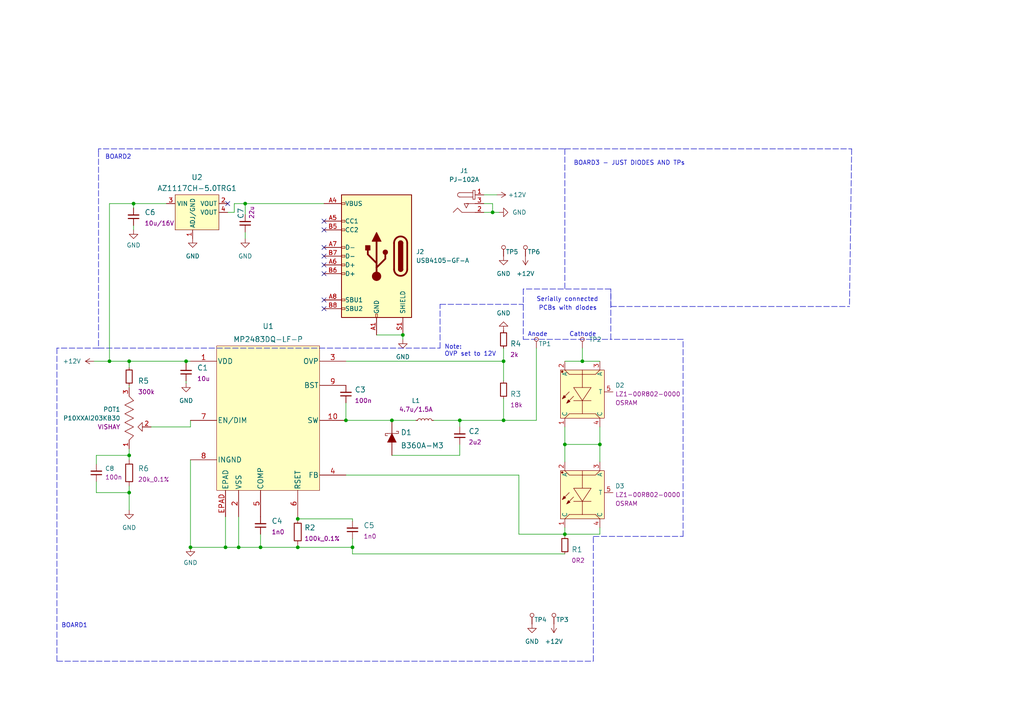
<source format=kicad_sch>
(kicad_sch (version 20211123) (generator eeschema)
  (paper "A4")
  (lib_symbols
    (symbol "antmicroBarrelPowerConnectors:PJ-102A" (pin_names (offset 1.016))
      (property "Reference" "J" (at 0 2.54 0))
      (property "Value" "PJ-102A" (at 0 -6.35 0))
      (symbol "PJ-102A_0_1"
        (arc (start -4.445 0.635) (mid -5.08 0) (end -4.445 -0.635))
        (rectangle (start -0.635 1.27) (end 0 -1.27))
        (polyline (pts (xy -0.635 -0.635) (xy -4.445 -0.635)))
        (polyline (pts (xy -0.635 0.635) (xy -4.445 0.635)))
        (polyline (pts (xy 0 -2.54) (xy -1.27 -2.54) (xy -2.54 -2.54)))
        (polyline (pts (xy 0 -5.08) (xy -3.81 -5.08) (xy -5.08 -3.81) (xy -6.35 -5.08)))
        (polyline (pts (xy -2.54 -2.54) (xy -3.175 -2.54) (xy -2.54 -3.81) (xy -1.905 -2.54) (xy -2.54 -2.54)))
      )
      (symbol "PJ-102A_1_1"
        (pin passive line (at 2.54 0 180) (length 2.54) (name "~") (number "1"))
        (pin passive line (at 2.54 -5.08 180) (length 2.54) (name "~") (number "2"))
        (pin passive line (at 2.54 -2.54 180) (length 2.54) (name "~") (number "3"))
      )
    )
    (symbol "antmicroCapacitors0402:C_100n_0402" (pin_numbers hide) (pin_names hide)
      (property "Reference" "C" (at 20.32 -5.08 0))
      (property "Val" "100n" (at 20.32 -7.62 0))
      (symbol "C_100n_0402_0_1"
        (polyline (pts (xy 2.032 -1.524) (xy 2.032 1.524)) (stroke (width 0.3048)))
        (polyline (pts (xy 3.048 -1.524) (xy 3.048 1.524)) (stroke (width 0.3302)))
      )
      (symbol "C_100n_0402_1_1"
        (pin passive line (at 0 0 0) (length 2.032) (name "~") (number "1"))
        (pin passive line (at 5.08 0 180) (length 2.032) (name "~") (number "2"))
      )
    )
    (symbol "antmicroCapacitors0402:C_1n0_0402" (pin_numbers hide) (pin_names hide)
      (property "Reference" "C" (at 20.32 -5.08 0))
      (property "Val" "1n0" (at 20.32 -7.62 0))
      (symbol "C_1n0_0402_0_1"
        (polyline (pts (xy 2.032 -1.524) (xy 2.032 1.524)) (stroke (width 0.3048)))
        (polyline (pts (xy 3.048 -1.524) (xy 3.048 1.524)) (stroke (width 0.3302)))
      )
      (symbol "C_1n0_0402_1_1"
        (pin passive line (at 0 0 0) (length 2.032) (name "~") (number "1"))
        (pin passive line (at 5.08 0 180) (length 2.032) (name "~") (number "2"))
      )
    )
    (symbol "antmicroCapacitors0402:C_22u_0402" (pin_numbers hide) (pin_names hide)
      (property "Reference" "C" (at 20.32 -5.08 0))
      (property "Val" "22u" (at 20.32 -7.62 0))
      (symbol "C_22u_0402_0_1"
        (polyline (pts (xy 2.032 -1.524) (xy 2.032 1.524)) (stroke (width 0.3048)))
        (polyline (pts (xy 3.048 -1.524) (xy 3.048 1.524)) (stroke (width 0.3302)))
      )
      (symbol "C_22u_0402_1_1"
        (pin passive line (at 0 0 0) (length 2.032) (name "~") (number "1"))
        (pin passive line (at 5.08 0 180) (length 2.032) (name "~") (number "2"))
      )
    )
    (symbol "antmicroCapacitors0402:C_2u2_0402" (pin_numbers hide) (pin_names hide)
      (property "Reference" "C" (at 20.32 -5.08 0))
      (property "Val" "2u2" (at 20.32 -7.62 0))
      (symbol "C_2u2_0402_0_1"
        (polyline (pts (xy 2.032 -1.524) (xy 2.032 1.524)) (stroke (width 0.3048)))
        (polyline (pts (xy 3.048 -1.524) (xy 3.048 1.524)) (stroke (width 0.3302)))
      )
      (symbol "C_2u2_0402_1_1"
        (pin passive line (at 0 0 0) (length 2.032) (name "~") (number "1"))
        (pin passive line (at 5.08 0 180) (length 2.032) (name "~") (number "2"))
      )
    )
    (symbol "antmicroCapacitors0603:C_10u_16V_0603" (pin_numbers hide) (pin_names hide)
      (property "Reference" "C" (at 20.32 -5.08 0))
      (property "Val" "10u/16V" (at 20.32 -7.62 0))
      (symbol "C_10u_16V_0603_0_1"
        (polyline (pts (xy 2.032 -1.524) (xy 2.032 1.524)) (stroke (width 0.3048)))
        (polyline (pts (xy 3.048 -1.524) (xy 3.048 1.524)) (stroke (width 0.3302)))
      )
      (symbol "C_10u_16V_0603_1_1"
        (pin passive line (at 0 0 0) (length 2.032) (name "~") (number "1"))
        (pin passive line (at 5.08 0 180) (length 2.032) (name "~") (number "2"))
      )
    )
    (symbol "antmicroCapacitorsmisc:C_10u_0805" (pin_numbers hide) (pin_names hide)
      (property "Reference" "C" (at 20.32 -5.08 0))
      (property "Val" "10u" (at 20.32 -7.62 0))
      (symbol "C_10u_0805_0_1"
        (polyline (pts (xy 2.032 -1.524) (xy 2.032 1.524)) (stroke (width 0.3048)))
        (polyline (pts (xy 3.048 -1.524) (xy 3.048 1.524)) (stroke (width 0.3302)))
      )
      (symbol "C_10u_0805_1_1"
        (pin passive line (at 0 0 0) (length 2.032) (name "~") (number "1"))
        (pin passive line (at 5.08 0 180) (length 2.032) (name "~") (number "2"))
      )
    )
    (symbol "antmicroDiodesRectifiersSingle:B360A-M3" (pin_numbers hide) (pin_names (offset 0) hide)
      (property "Reference" "D" (at 0 2.54 0))
      (property "Value" "B360A-M3" (at 0 -3.81 0))
      (symbol "B360A-M3_0_1"
        (polyline (pts (xy 1.27 1.27) (xy 1.27 -1.27)))
        (polyline (pts (xy -1.27 1.27) (xy -1.27 -1.27) (xy 1.27 0) (xy -1.27 1.27)) (fill (type outline)))
        (polyline (pts (xy 1.27 -1.27) (xy 1.27 -1.905) (xy 1.905 -1.905) (xy 1.905 -1.27)))
        (polyline (pts (xy 1.27 1.27) (xy 1.27 1.905) (xy 0.635 1.905) (xy 0.635 1.27)))
      )
      (symbol "B360A-M3_1_1"
        (pin passive line (at -5.08 0 0) (length 3.81) (name "~") (number "A"))
        (pin passive line (at 5.08 0 180) (length 3.81) (name "~") (number "K"))
      )
    )
    (symbol "antmicroFixedInductors:SRP2512A-4R7M" (pin_numbers hide) (pin_names hide)
      (property "Reference" "L" (at 13.97 0 0))
      (property "Val" "4.7u/1.5A" (at 13.97 -5.08 0))
      (symbol "SRP2512A-4R7M_0_1"
        (arc (start 1.524 0) (mid 1.016 0.508) (end 0.508 0))
        (arc (start 2.54 0) (mid 2.032 0.508) (end 1.524 0))
        (arc (start 3.556 0) (mid 3.048 0.508) (end 2.54 0))
        (arc (start 4.572 0) (mid 4.064 0.508) (end 3.556 0))
      )
      (symbol "SRP2512A-4R7M_1_1"
        (pin passive line (at 0 0 0) (length 0.508) (name "~") (number "1"))
        (pin passive line (at 5.08 0 180) (length 0.508) (name "~") (number "2"))
      )
    )
    (symbol "antmicroLEDIndicationDiscrete:LZ1-00R802-0000"
      (property "Reference" "D" (at 9.398 7.112 0))
      (property "MPN" "LZ1-00R802-0000" (at 10.16 4.826 0))
      (property "Manufacturer" "OSRAM" (at 9.144 2.794 0))
      (symbol "LZ1-00R802-0000_0_1"
        (polyline (pts (xy 3.81 -8.89) (xy 2.54 -10.16)))
        (polyline (pts (xy 3.81 -5.08) (xy 3.81 -8.89)))
        (polyline (pts (xy 3.81 -5.08) (xy 3.81 -1.27)))
        (polyline (pts (xy 3.81 -1.27) (xy 2.54 0)))
        (polyline (pts (xy 8.89 -2.54) (xy 7.62 -1.27)))
        (polyline (pts (xy 10.16 -1.27) (xy 8.89 0)))
        (polyline (pts (xy 15.24 -5.08) (xy 16.51 -5.08)))
        (polyline (pts (xy 15.24 -5.08) (xy 15.24 -8.89) (xy 16.51 -10.16)))
        (polyline (pts (xy 7.62 -5.08) (xy 11.43 -2.54) (xy 11.43 -7.62) (xy 7.62 -5.08)))
        (polyline (pts (xy 11.43 -5.08) (xy 15.24 -5.08) (xy 15.24 -1.27) (xy 16.51 0)))
        (polyline (pts (xy 2.54 1.27) (xy 2.54 -11.43) (xy 16.51 -11.43) (xy 16.51 1.27) (xy 2.54 1.27)) (fill (type background)))
        (polyline (pts (xy 3.81 -5.08) (xy 7.62 -5.08) (xy 7.62 -2.54) (xy 7.62 -7.62) (xy 7.62 -5.08)))
        (polyline (pts (xy 7.62 -1.27) (xy 7.366 -1.524) (xy 6.858 -0.508) (xy 7.874 -1.016) (xy 7.62 -1.27)) (fill (type outline)))
        (polyline (pts (xy 8.89 0) (xy 8.636 -0.254) (xy 8.128 0.762) (xy 9.144 0.254) (xy 8.89 0)) (fill (type outline)))
        (circle (center 16.002 0.762) (radius 0.254) (fill (type outline)))
      )
      (symbol "LZ1-00R802-0000_1_1"
        (pin output line (at 0 0 0) (length 2.54) (name "C") (number "1"))
        (pin input line (at 19.05 0 180) (length 2.54) (name "A") (number "2"))
        (pin input line (at 19.05 -10.16 180) (length 2.54) (name "A") (number "3"))
        (pin output line (at 0 -10.16 0) (length 2.54) (name "C") (number "4"))
        (pin input line (at 10.16 -13.97 90) (length 2.54) (name "T") (number "5"))
      )
    )
    (symbol "antmicroPMICLEDDrivers:MP2483DQ-LF-P" (pin_names (offset 0.254))
      (property "Reference" "U" (at -13.97 24.13 0))
      (property "Value" "MP2483DQ-LF-P" (at -5.08 20.955 0))
      (symbol "MP2483DQ-LF-P_1_1"
        (rectangle (start -15.24 19.05) (end 14.605 -22.86) (stroke (width 0.127)) (fill (type background)))
        (pin power_in line (at -22.86 14.605 0) (length 7.62) (name "VDD") (number "1"))
        (pin output line (at 22.225 -2.54 180) (length 7.62) (name "SW") (number "10"))
        (pin power_in line (at -8.89 -30.48 90) (length 7.62) (name "VSS") (number "2"))
        (pin unspecified line (at 22.225 14.605 180) (length 7.62) (name "OVP") (number "3"))
        (pin input line (at 22.225 -18.415 180) (length 7.62) (name "FB") (number "4"))
        (pin output line (at -2.54 -30.48 90) (length 7.62) (name "COMP") (number "5"))
        (pin unspecified line (at 8.255 -30.48 90) (length 7.62) (name "RSET") (number "6"))
        (pin input line (at -22.86 -2.54 0) (length 7.62) (name "EN/DIM") (number "7"))
        (pin power_in line (at -22.86 -13.97 0) (length 7.62) (name "INGND") (number "8"))
        (pin power_in line (at 22.225 7.62 180) (length 7.62) (name "BST") (number "9"))
        (pin power_in line (at -12.7 -30.48 90) (length 7.62) (name "EPAD") (number "EPAD"))
      )
    )
    (symbol "antmicroPMICVoltageRegulatorsLinear:AZ1117CH-5.0TRG1"
      (property "Reference" "U" (at -7.6962 3.4544 0))
      (property "Value" "AZ1117CH-5.0TRG1" (at -2.3622 -8.6868 0))
      (symbol "AZ1117CH-5.0TRG1_0_1"
        (rectangle (start 5.08 2.54) (end -7.62 -7.62) (fill (type background)))
      )
      (symbol "AZ1117CH-5.0TRG1_1_1"
        (pin power_in line (at -2.54 -10.16 90) (length 2.54) (name "ADJ/GND") (number "1"))
        (pin power_out line (at 7.62 0 180) (length 2.54) (name "VOUT") (number "2"))
        (pin power_in line (at -10.16 0 0) (length 2.54) (name "VIN") (number "3"))
        (pin power_out line (at 7.62 -2.54 180) (length 2.54) (name "VOUT") (number "4"))
      )
    )
    (symbol "antmicroResistors0402:R_100k_0.1%_0402" (pin_names (offset 0))
      (property "Reference" "R" (at -1.397 3.429 0))
      (property "Val" "100k_0.1%" (at 0 -2.54 0))
      (symbol "R_100k_0.1%_0402_1_1"
        (rectangle (start 2.54 -1.016) (end -2.54 1.016) (stroke (width 0.254)))
        (pin passive line (at -3.81 0 0) (length 1.27) (name "~") (number "1"))
        (pin passive line (at 3.81 0 180) (length 1.27) (name "~") (number "2"))
      )
    )
    (symbol "antmicroResistors0402:R_18k_0402" (pin_numbers hide) (pin_names hide)
      (property "Reference" "R" (at 20.32 -5.08 0))
      (property "Val" "18k" (at 20.32 -7.62 0))
      (symbol "R_18k_0402_0_1"
        (rectangle (start 0.635 0.889) (end 4.445 -0.889) (stroke (width 0.254)))
      )
      (symbol "R_18k_0402_1_1"
        (pin passive line (at 0 0 0) (length 0.635) (name "~") (number "1"))
        (pin passive line (at 5.08 0 180) (length 0.635) (name "~") (number "2"))
      )
    )
    (symbol "antmicroResistors0402:R_20k_0.1%_0402" (pin_names (offset 0))
      (property "Reference" "R" (at -1.397 3.429 0))
      (property "Val" "20k_0.1%" (at 0 -2.54 0))
      (symbol "R_20k_0.1%_0402_1_1"
        (rectangle (start 2.54 -1.016) (end -2.54 1.016) (stroke (width 0.254)))
        (pin passive line (at -3.81 0 0) (length 1.27) (name "~") (number "1"))
        (pin passive line (at 3.81 0 180) (length 1.27) (name "~") (number "2"))
      )
    )
    (symbol "antmicroResistors0402:R_2k_0402" (pin_numbers hide) (pin_names hide)
      (property "Reference" "R" (at 20.32 -5.08 0))
      (property "Val" "2k" (at 20.32 -7.62 0))
      (symbol "R_2k_0402_0_1"
        (rectangle (start 0.635 0.889) (end 4.445 -0.889) (stroke (width 0.254)))
      )
      (symbol "R_2k_0402_1_1"
        (pin passive line (at 0 0 0) (length 0.635) (name "~") (number "1"))
        (pin passive line (at 5.08 0 180) (length 0.635) (name "~") (number "2"))
      )
    )
    (symbol "antmicroResistors0603:R_300k_0603" (pin_numbers hide) (pin_names hide)
      (property "Reference" "R" (at 20.32 -5.08 0))
      (property "Val" "300k" (at 20.32 -7.62 0))
      (symbol "R_300k_0603_0_1"
        (rectangle (start 0.635 0.889) (end 4.445 -0.889) (stroke (width 0.254)))
      )
      (symbol "R_300k_0603_1_1"
        (pin passive line (at 0 0 0) (length 0.635) (name "~") (number "1"))
        (pin passive line (at 5.08 0 180) (length 0.635) (name "~") (number "2"))
      )
    )
    (symbol "antmicroResistorsmisc:R_0R2_1206" (pin_numbers hide) (pin_names hide)
      (property "Reference" "R" (at 20.32 -5.08 0))
      (property "Val" "0R2" (at 20.32 -7.62 0))
      (symbol "R_0R2_1206_0_1"
        (rectangle (start 0.635 0.889) (end 4.445 -0.889) (stroke (width 0.254)))
      )
      (symbol "R_0R2_1206_1_1"
        (pin passive line (at 0 0 0) (length 0.635) (name "~") (number "1"))
        (pin passive line (at 5.08 0 180) (length 0.635) (name "~") (number "2"))
      )
    )
    (symbol "antmicroRotaryPotentiometersRheostats:P10XXAI203KB30"
      (property "Reference" "POT" (at 2.54 2.54 0))
      (property "Value" "P10XXAI203KB30" (at 20.32 -5.08 0))
      (property "Manufacturer" "VISHAY" (at 19.05 -7.62 0))
      (symbol "P10XXAI203KB30_0_1"
        (polyline (pts (xy 7.62 -3.81) (xy 10.16 -3.81)))
        (polyline (pts (xy 16.51 -1.27) (xy 17.78 0)))
        (polyline (pts (xy 8.89 -2.54) (xy 7.62 -3.81) (xy 8.89 -2.54) (xy 10.16 -3.81)))
        (polyline (pts (xy 5.08 0) (xy 6.35 -1.27) (xy 7.62 1.27) (xy 8.89 -1.27) (xy 10.16 1.27) (xy 11.43 -1.27) (xy 12.7 1.27) (xy 13.97 -1.27) (xy 15.24 1.27) (xy 16.51 -1.27)))
      )
      (symbol "P10XXAI203KB30_1_1"
        (pin passive line (at 2.54 0 0) (length 2.54) (name "") (number "1"))
        (pin passive line (at 8.89 -6.35 90) (length 2.54) (name "") (number "2"))
        (pin passive line (at 20.32 0 180) (length 2.54) (name "") (number "3"))
      )
    )
    (symbol "antmicroTestPoints:5017" (pin_numbers hide) (pin_names (offset 1.016) hide)
      (property "Reference" "TP" (at -1.27 1.27 0))
      (symbol "5017_0_1"
        (circle (center 0 0) (radius 0.5588))
      )
      (symbol "5017_1_1"
        (pin passive line (at 0 2.54 270) (length 1.905) (name "~") (number "1"))
      )
    )
    (symbol "antmicroUSBDVIHDMIConnectors:USB4105-GF-A" (pin_names (offset 1.016))
      (property "Reference" "J" (at 1.27 29.21 0))
      (property "Value" "USB4105-GF-A" (at -16.51 24.13 0))
      (symbol "USB4105-GF-A_1_1"
        (rectangle (start -10.16 17.78) (end 10.16 -17.78) (stroke (width 0.254)) (fill (type background)))
        (arc (start -8.89 -3.81) (mid -6.985 -5.715) (end -5.08 -3.81) (stroke (width 0.508)))
        (arc (start -7.62 -3.81) (mid -6.985 -4.445) (end -6.35 -3.81) (stroke (width 0.254)))
        (arc (start -7.62 -3.81) (mid -6.985 -4.445) (end -6.35 -3.81) (stroke (width 0.254)) (fill (type outline)))
        (rectangle (start -7.62 -3.81) (end -6.35 3.81) (stroke (width 0.254)) (fill (type outline)))
        (arc (start -6.35 3.81) (mid -6.985 4.445) (end -7.62 3.81) (stroke (width 0.254)))
        (arc (start -6.35 3.81) (mid -6.985 4.445) (end -7.62 3.81) (stroke (width 0.254)) (fill (type outline)))
        (arc (start -5.08 3.81) (mid -6.985 5.715) (end -8.89 3.81) (stroke (width 0.508)))
        (circle (center -2.54 1.143) (radius 0.635) (stroke (width 0.254)) (fill (type outline)))
        (rectangle (start -0.254 -17.78) (end 0.254 -16.764))
        (circle (center 0 -5.842) (radius 1.27) (fill (type outline)))
        (polyline (pts (xy -8.89 -3.81) (xy -8.89 3.81)) (stroke (width 0.508)))
        (polyline (pts (xy -5.08 3.81) (xy -5.08 -3.81)) (stroke (width 0.508)))
        (polyline (pts (xy 0 -5.842) (xy 0 4.318)) (stroke (width 0.508)))
        (polyline (pts (xy 0 -3.302) (xy -2.54 -0.762) (xy -2.54 0.508)) (stroke (width 0.508)))
        (polyline (pts (xy 0 -2.032) (xy 2.54 0.508) (xy 2.54 1.778)) (stroke (width 0.508)))
        (polyline (pts (xy -1.27 4.318) (xy 0 6.858) (xy 1.27 4.318) (xy -1.27 4.318)) (stroke (width 0.254)) (fill (type outline)))
        (rectangle (start 1.905 1.778) (end 3.175 3.048) (stroke (width 0.254)) (fill (type outline)))
        (rectangle (start 10.16 -14.986) (end 9.144 -15.494))
        (rectangle (start 10.16 -12.446) (end 9.144 -12.954))
        (rectangle (start 10.16 -4.826) (end 9.144 -5.334))
        (rectangle (start 10.16 -2.286) (end 9.144 -2.794))
        (rectangle (start 10.16 0.254) (end 9.144 -0.254))
        (rectangle (start 10.16 2.794) (end 9.144 2.286))
        (rectangle (start 10.16 7.874) (end 9.144 7.366))
        (rectangle (start 10.16 10.414) (end 9.144 9.906))
        (rectangle (start 10.16 15.494) (end 9.144 14.986))
        (pin passive line (at 0 -22.86 90) (length 5.08) (name "GND") (number "A1"))
        (pin passive line (at 0 -22.86 90) (length 5.08) hide (name "GND") (number "A12"))
        (pin passive line (at 15.24 15.24 180) (length 5.08) (name "VBUS") (number "A4"))
        (pin bidirectional line (at 15.24 10.16 180) (length 5.08) (name "CC1") (number "A5"))
        (pin bidirectional line (at 15.24 -2.54 180) (length 5.08) (name "D+") (number "A6"))
        (pin bidirectional line (at 15.24 2.54 180) (length 5.08) (name "D-") (number "A7"))
        (pin bidirectional line (at 15.24 -12.7 180) (length 5.08) (name "SBU1") (number "A8"))
        (pin passive line (at 15.24 15.24 180) (length 5.08) hide (name "VBUS") (number "A9"))
        (pin passive line (at 0 -22.86 90) (length 5.08) hide (name "GND") (number "B1"))
        (pin passive line (at 0 -22.86 90) (length 5.08) hide (name "GND") (number "B12"))
        (pin passive line (at 15.24 15.24 180) (length 5.08) hide (name "VBUS") (number "B4"))
        (pin bidirectional line (at 15.24 7.62 180) (length 5.08) (name "CC2") (number "B5"))
        (pin bidirectional line (at 15.24 -5.08 180) (length 5.08) (name "D+") (number "B6"))
        (pin bidirectional line (at 15.24 0 180) (length 5.08) (name "D-") (number "B7"))
        (pin bidirectional line (at 15.24 -15.24 180) (length 5.08) (name "SBU2") (number "B8"))
        (pin passive line (at 15.24 15.24 180) (length 5.08) hide (name "VBUS") (number "B9"))
        (pin passive line (at -7.62 -22.86 90) (length 5.08) (name "SHIELD") (number "S1"))
      )
    )
    (symbol "power:+12V" (power) (pin_names (offset 0))
      (property "Value" "+12V" (at 0 3.556 0))
      (symbol "+12V_0_1"
        (polyline (pts (xy -0.762 1.27) (xy 0 2.54)))
        (polyline (pts (xy 0 0) (xy 0 2.54)))
        (polyline (pts (xy 0 2.54) (xy 0.762 1.27)))
      )
      (symbol "+12V_1_1"
        (pin power_in line (at 0 0 90) (length 0) hide (name "+12V") (number "1"))
      )
    )
    (symbol "power:GND" (power) (pin_names (offset 0))
      (property "Value" "GND" (at 0 -3.81 0))
      (symbol "GND_0_1"
        (polyline (pts (xy 0 0) (xy 0 -1.27) (xy 1.27 -1.27) (xy 0 -2.54) (xy -1.27 -1.27) (xy 0 -1.27)))
      )
      (symbol "GND_1_1"
        (pin power_in line (at 0 0 270) (length 0) hide (name "GND") (number "1"))
      )
    )
  )
  (junction (at 65.405 158.75))
  (junction (at 163.83 154.94))
  (junction (at 133.35 121.92))
  (junction (at 38.735 59.055))
  (junction (at 100.33 121.92))
  (junction (at 168.91 104.775))
  (junction (at 173.99 128.905))
  (junction (at 37.465 132.08))
  (junction (at 53.975 104.775))
  (junction (at 37.465 142.875))
  (junction (at 75.565 158.75))
  (junction (at 37.465 104.775))
  (junction (at 142.875 61.595))
  (junction (at 71.12 59.055))
  (junction (at 163.83 128.905))
  (junction (at 116.84 97.155))
  (junction (at 86.36 150.495))
  (junction (at 102.235 158.75))
  (junction (at 86.36 158.75))
  (junction (at 146.05 121.92))
  (junction (at 55.245 158.75))
  (junction (at 69.215 158.75))
  (junction (at 146.05 104.775))
  (junction (at 31.75 104.775))
  (junction (at 113.665 121.92))
  (no_connect (at 93.98 64.135))
  (no_connect (at 93.98 76.835))
  (no_connect (at 93.98 89.535))
  (no_connect (at 93.98 79.375))
  (no_connect (at 93.98 71.755))
  (no_connect (at 93.98 86.995))
  (no_connect (at 93.98 66.675))
  (no_connect (at 93.98 74.295))
  (no_connect (at 66.04 59.055))
  (polyline (pts (xy 177.165 88.9) (xy 246.38 88.9)))
  (polyline (pts (xy 127.635 43.18) (xy 28.575 43.18)))
  (wire (pts (xy 27.94 132.08) (xy 37.465 132.08)))
  (polyline (pts (xy 16.51 100.965) (xy 16.51 191.77)))
  (wire (pts (xy 55.245 158.75) (xy 65.405 158.75)))
  (wire (pts (xy 75.565 158.75) (xy 86.36 158.75)))
  (wire (pts (xy 37.465 111.76) (xy 37.465 112.395)))
  (wire (pts (xy 113.665 121.92) (xy 120.65 121.92)))
  (wire (pts (xy 142.875 61.595) (xy 144.78 61.595)))
  (wire (pts (xy 55.245 123.825) (xy 55.245 121.92)))
  (polyline (pts (xy 28.575 43.18) (xy 28.575 43.815)))
  (wire (pts (xy 102.235 151.13) (xy 102.235 150.495)))
  (wire (pts (xy 146.05 110.49) (xy 146.05 104.775)))
  (polyline (pts (xy 198.12 98.425) (xy 177.165 98.425)))
  (wire (pts (xy 53.975 104.775) (xy 55.245 104.775)))
  (wire (pts (xy 67.945 59.055) (xy 71.12 59.055)))
  (polyline (pts (xy 177.165 88.9) (xy 177.165 84.455)))
  (wire (pts (xy 67.945 61.595) (xy 67.945 59.055)))
  (wire (pts (xy 168.91 104.775) (xy 168.91 100.965)))
  (wire (pts (xy 146.05 115.57) (xy 146.05 121.92)))
  (wire (pts (xy 55.245 133.35) (xy 55.245 158.75)))
  (wire (pts (xy 163.83 104.775) (xy 168.91 104.775)))
  (wire (pts (xy 53.975 105.41) (xy 53.975 104.775)))
  (wire (pts (xy 146.05 100.965) (xy 146.05 104.775)))
  (wire (pts (xy 163.83 160.655) (xy 102.235 160.655)))
  (wire (pts (xy 86.36 149.86) (xy 86.36 150.495)))
  (wire (pts (xy 150.495 154.94) (xy 150.495 137.795)))
  (wire (pts (xy 37.465 140.97) (xy 37.465 142.875)))
  (wire (pts (xy 125.73 121.92) (xy 133.35 121.92)))
  (wire (pts (xy 163.83 154.94) (xy 150.495 154.94)))
  (wire (pts (xy 71.12 67.31) (xy 71.12 69.215)))
  (wire (pts (xy 37.465 104.775) (xy 53.975 104.775)))
  (polyline (pts (xy 198.12 155.575) (xy 198.12 98.425)))
  (wire (pts (xy 163.83 155.575) (xy 163.83 154.94)))
  (wire (pts (xy 173.99 153.035) (xy 173.99 154.94)))
  (wire (pts (xy 109.22 97.155) (xy 116.84 97.155)))
  (polyline (pts (xy 151.765 98.425) (xy 177.165 98.425)))
  (polyline (pts (xy 177.165 83.82) (xy 151.765 83.82)))
  (wire (pts (xy 140.335 56.515) (xy 144.145 56.515)))
  (wire (pts (xy 31.75 59.055) (xy 38.735 59.055)))
  (wire (pts (xy 37.465 104.775) (xy 37.465 106.68)))
  (polyline (pts (xy 172.085 191.77) (xy 172.085 155.575)))
  (wire (pts (xy 27.94 139.7) (xy 27.94 142.875)))
  (wire (pts (xy 38.735 59.055) (xy 38.735 60.325)))
  (wire (pts (xy 100.33 104.775) (xy 146.05 104.775)))
  (wire (pts (xy 43.815 123.825) (xy 55.245 123.825)))
  (polyline (pts (xy 28.575 100.965) (xy 127.635 100.965)))
  (wire (pts (xy 133.35 121.92) (xy 146.05 121.92)))
  (wire (pts (xy 102.235 156.21) (xy 102.235 158.75)))
  (wire (pts (xy 86.36 158.115) (xy 86.36 158.75)))
  (wire (pts (xy 142.875 59.055) (xy 142.875 61.595)))
  (wire (pts (xy 37.465 133.35) (xy 37.465 132.08)))
  (wire (pts (xy 27.305 104.775) (xy 31.75 104.775)))
  (wire (pts (xy 71.12 59.055) (xy 93.98 59.055)))
  (wire (pts (xy 113.665 132.08) (xy 133.35 132.08)))
  (wire (pts (xy 86.36 158.75) (xy 102.235 158.75)))
  (wire (pts (xy 168.91 104.775) (xy 173.99 104.775)))
  (wire (pts (xy 66.04 61.595) (xy 67.945 61.595)))
  (polyline (pts (xy 28.575 100.965) (xy 16.51 100.965)))
  (polyline (pts (xy 151.765 88.265) (xy 151.765 88.9)))
  (polyline (pts (xy 163.83 43.18) (xy 163.83 83.82)))
  (polyline (pts (xy 172.085 155.575) (xy 198.12 155.575)))
  (wire (pts (xy 102.235 160.655) (xy 102.235 158.75)))
  (wire (pts (xy 71.12 59.055) (xy 71.12 62.23)))
  (wire (pts (xy 37.465 142.875) (xy 37.465 147.955)))
  (wire (pts (xy 31.75 104.775) (xy 37.465 104.775)))
  (wire (pts (xy 100.33 121.92) (xy 113.665 121.92)))
  (wire (pts (xy 116.84 97.155) (xy 116.84 98.425)))
  (wire (pts (xy 133.35 121.92) (xy 133.35 123.825)))
  (wire (pts (xy 150.495 137.795) (xy 100.33 137.795)))
  (wire (pts (xy 173.99 123.825) (xy 173.99 128.905)))
  (wire (pts (xy 31.75 59.055) (xy 31.75 104.775)))
  (wire (pts (xy 163.83 128.905) (xy 163.83 133.985)))
  (wire (pts (xy 69.215 158.75) (xy 69.215 149.86)))
  (polyline (pts (xy 177.165 98.425) (xy 177.165 83.82)))
  (wire (pts (xy 27.94 142.875) (xy 37.465 142.875)))
  (wire (pts (xy 37.465 132.08) (xy 37.465 130.175)))
  (polyline (pts (xy 127.635 100.965) (xy 127.635 88.265)))
  (wire (pts (xy 27.94 134.62) (xy 27.94 132.08)))
  (wire (pts (xy 140.335 61.595) (xy 142.875 61.595)))
  (polyline (pts (xy 163.83 43.18) (xy 247.015 43.18)))
  (wire (pts (xy 38.735 59.055) (xy 48.26 59.055)))
  (wire (pts (xy 86.36 150.495) (xy 102.235 150.495)))
  (wire (pts (xy 75.565 158.75) (xy 69.215 158.75)))
  (polyline (pts (xy 247.015 43.18) (xy 246.38 88.9)))
  (polyline (pts (xy 151.765 83.82) (xy 151.765 98.425)))
  (polyline (pts (xy 28.575 43.815) (xy 28.575 100.965)))
  (wire (pts (xy 65.405 158.75) (xy 69.215 158.75)))
  (wire (pts (xy 133.35 128.905) (xy 133.35 132.08)))
  (wire (pts (xy 38.735 65.405) (xy 38.735 66.675)))
  (wire (pts (xy 140.335 59.055) (xy 142.875 59.055)))
  (wire (pts (xy 163.83 154.94) (xy 173.99 154.94)))
  (wire (pts (xy 65.405 158.75) (xy 65.405 149.86)))
  (wire (pts (xy 173.99 128.905) (xy 163.83 128.905)))
  (wire (pts (xy 146.05 121.92) (xy 155.575 121.92)))
  (wire (pts (xy 155.575 100.965) (xy 155.575 121.92)))
  (wire (pts (xy 75.565 154.94) (xy 75.565 158.75)))
  (wire (pts (xy 163.83 153.035) (xy 163.83 154.94)))
  (polyline (pts (xy 16.51 191.77) (xy 172.085 191.77)))
  (wire (pts (xy 163.83 123.825) (xy 163.83 128.905)))
  (polyline (pts (xy 127.635 43.18) (xy 163.83 43.18)))
  (wire (pts (xy 100.33 116.84) (xy 100.33 121.92)))
  (wire (pts (xy 53.975 110.49) (xy 53.975 111.125)))
  (polyline (pts (xy 127.635 88.265) (xy 151.765 88.265)))
  (wire (pts (xy 173.99 128.905) (xy 173.99 133.985)))
  (text "Anode\n" (at 153.035 97.79 0) (effects (font (size 1.27 1.27)) (justify left bottom)))
  (text "Serially connected " (at 155.575 87.63 0) (effects (font (size 1.27 1.27)) (justify left bottom)))
  (text "Note: \nOVP set to 12V" (at 128.905 103.505 0) (effects (font (size 1.27 1.27)) (justify left bottom)))
  (text "Cathode\n" (at 165.1 97.79 0) (effects (font (size 1.27 1.27)) (justify left bottom)))
  (text "BOARD3 - JUST DIODES AND TPs\n\n" (at 166.37 50.165 0) (effects (font (size 1.27 1.27)) (justify left bottom)))
  (text "PCBs with diodes" (at 156.21 90.17 0) (effects (font (size 1.27 1.27)) (justify left bottom)))
  (text "BOARD1\n" (at 17.78 182.245 0) (effects (font (size 1.27 1.27)) (justify left bottom)))
  (text "BOARD2\n" (at 30.48 46.355 0) (effects (font (size 1.27 1.27)) (justify left bottom)))
  (symbol (lib_id "antmicroRotaryPotentiometersRheostats:P10XXAI203KB30") (at 37.465 132.715 90) (unit 1)
    (property "Reference" "POT1" (at 34.925 118.7449 90) (effects (justify left)))
    (property "Value" "P10XXAI203KB30" (at 34.925 121.2849 90) (effects (justify left)))
    (property "Footprint" "antmicro-footprints:P10XHAI203KB30" (effects hide))
    (property "Datasheet" "https://www.farnell.com/datasheets/2243933.pdf" (effects hide))
    (property "MPN" "P10XXAI203KB30" (effects hide))
    (property "Manufacturer" "VISHAY" (at 34.925 123.8249 90) (effects (justify left)))
    (property "Copyright" "Copyright (c) 2023 Antmicro" (effects hide))
    (property "License" "Apache-2.0 License" (effects hide))
  )
  (symbol (lib_id "antmicroCapacitors0402:C_2u2_0402") (at 133.35 128.905 90) (unit 1)
    (property "Reference" "C2" (at 135.89 125.0886 90) (effects (font (size 1.524 1.524)) (justify right)))
    (property "Value" "C_2u2_0402" (effects hide))
    (property "Footprint" "antmicro-footprints:C_0402_1005Metric" (effects hide))
    (property "Manufacturer" "TDK" (effects hide))
    (property "MPN" "C1005X5R1A225K050BC" (effects hide))
    (property "Val" "2u2" (at 135.89 128.2635 90) (effects (justify right)))
    (property "License" "Apache-2.0 License" (effects hide))
    (property "Copyright" "Copyright (c) 2023 Antmicro" (effects hide))
  )
  (symbol (lib_id "antmicroCapacitors0402:C_1n0_0402") (at 75.565 154.94 90) (unit 1)
    (property "Reference" "C4" (at 78.74 151.1236 90) (effects (font (size 1.524 1.524)) (justify right)))
    (property "Value" "C_1n0_0402" (effects hide))
    (property "Footprint" "antmicro-footprints:0402-cap" (effects hide))
    (property "Manufacturer" "WURTH_ELEKTRONIK" (effects hide))
    (property "MPN" "885012005018" (effects hide))
    (property "Val" "1n0" (at 78.74 154.2985 90) (effects (justify right)))
    (property "License" "Apache-2.0 License" (effects hide))
    (property "Copyright" "Copyright (c) 2023 Antmicro" (effects hide))
  )
  (symbol (lib_id "power:GND") (at 38.735 66.675 0) (unit 1)
    (property "Reference" "#PWR0106" (effects hide))
    (property "Value" "GND" (at 38.735 71.12 0))
  )
  (symbol (lib_id "antmicroResistors0402:R_100k_0.1%_0402") (at 86.36 154.305 90) (unit 1)
    (property "Reference" "R2" (at 88.265 153.035 90) (effects (font (size 1.524 1.524)) (justify right)))
    (property "Value" "R_100k_0.1%_0402" (effects hide))
    (property "Footprint" "antmicro-footprints:0402-res" (effects hide))
    (property "Datasheet" "https://www.mouser.pl/datasheet/2/447/PYu_RC_Group_51_RoHS_L_11-1984063.pdf" (effects hide))
    (property "Manufacturer" "Yageo" (effects hide))
    (property "MPN" "RC0402BR-07100KL" (effects hide))
    (property "Val" "100k_0.1%" (at 88.265 156.2099 90) (effects (justify right)))
  )
  (symbol (lib_id "power:+12V") (at 144.145 56.515 270) (unit 1)
    (property "Reference" "#PWR0111" (effects hide))
    (property "Value" "+12V" (at 147.32 56.5149 90) (effects (justify left)))
  )
  (symbol (lib_id "antmicroResistors0603:R_300k_0603") (at 37.465 111.76 90) (unit 1)
    (property "Reference" "R5" (at 40.005 110.49 90) (effects (font (size 1.524 1.524)) (justify right)))
    (property "Value" "R_300k_0603" (effects hide))
    (property "Footprint" "antmicro-footprints:0603-res" (effects hide))
    (property "Datasheet" "https://www.bourns.com/docs/product-datasheets/cr.pdf" (effects hide))
    (property "Manufacturer" "Bourns" (effects hide))
    (property "MPN" "CR0603-FX-3003ELF" (effects hide))
    (property "Val" "300k" (at 40.005 113.6649 90) (effects (justify right)))
    (property "License" "Apache-2.0 License" (effects hide))
    (property "Copyright" "Copyright (c) 2023 Antmicro" (effects hide))
    (property "Tolerance" "1%" (effects hide))
  )
  (symbol (lib_id "power:+12V") (at 27.305 104.775 90) (unit 1)
    (property "Reference" "#PWR0105" (effects hide))
    (property "Value" "+12V" (at 23.495 104.7749 90) (effects (justify left)))
  )
  (symbol (lib_id "antmicroPMICLEDDrivers:MP2483DQ-LF-P") (at 78.105 119.38 0) (unit 1)
    (property "Reference" "U1" (at 77.7875 94.615 0) (effects (font (size 1.524 1.524))))
    (property "Value" "MP2483DQ-LF-P" (at 77.7875 98.425 0) (effects (font (size 1.524 1.524))))
    (property "Footprint" "antmicro-footprints:MP2483DQ-LF-P" (effects hide))
    (property "MPN" "MP2483DQ-LF-P" (effects hide))
    (property "Manufacturer" "Monolithic Power Systems Inc." (effects hide))
  )
  (symbol (lib_id "power:GND") (at 154.305 180.975 0) (unit 1)
    (property "Reference" "#PWR0113" (effects hide))
    (property "Value" "GND" (at 154.305 186.055 0))
  )
  (symbol (lib_id "antmicroTestPoints:5017") (at 160.655 178.435 180) (unit 1)
    (property "Reference" "TP3" (at 161.29 179.743 0) (effects (justify right)))
    (property "Value" "5017" (effects hide))
    (property "Footprint" "antmicro-footprints:PC_TEST-POINT_MINI_3.43x1.78mm" (effects hide))
    (property "Datasheet" "http://www.keyelco.com/product-pdf.cfm?p=1355" (effects hide))
    (property "MPN" "5017" (effects hide))
    (property "Manufacturer" "Keystone Electronics" (effects hide))
  )
  (symbol (lib_id "antmicroTestPoints:5017") (at 154.305 178.435 180) (unit 1)
    (property "Reference" "TP4" (at 154.94 179.743 0) (effects (justify right)))
    (property "Value" "5017" (effects hide))
    (property "Footprint" "antmicro-footprints:PC_TEST-POINT_MINI_3.43x1.78mm" (effects hide))
    (property "Datasheet" "http://www.keyelco.com/product-pdf.cfm?p=1355" (effects hide))
    (property "MPN" "5017" (effects hide))
    (property "Manufacturer" "Keystone Electronics" (effects hide))
  )
  (symbol (lib_id "antmicroResistors0402:R_2k_0402") (at 146.05 100.965 90) (unit 1)
    (property "Reference" "R4" (at 147.955 99.695 90) (effects (font (size 1.524 1.524)) (justify right)))
    (property "Value" "R_2k_0402" (effects hide))
    (property "Footprint" "antmicro-footprints:R_0402_1005Metric" (effects hide))
    (property "Datasheet" "https://www.bourns.com/docs/product-datasheets/cr.pdf" (effects hide))
    (property "Manufacturer" "Bourns" (effects hide))
    (property "MPN" "CR0402-FX-2001GLF" (effects hide))
    (property "Val" "2k" (at 147.955 102.8699 90) (effects (justify right)))
    (property "License" "Apache-2.0 License" (effects hide))
    (property "Copyright" "Copyright (c) 2023 Antmicro" (effects hide))
    (property "Tolerance" "1%" (effects hide))
  )
  (symbol (lib_id "antmicroTestPoints:5017") (at 168.91 98.425 180) (unit 1)
    (property "Reference" "TP2" (at 170.815 98.463 0) (effects (justify right)))
    (property "Value" "5017" (effects hide))
    (property "Footprint" "antmicro-footprints:PC_TEST-POINT_MINI_3.43x1.78mm" (effects hide))
    (property "Datasheet" "http://www.keyelco.com/product-pdf.cfm?p=1355" (effects hide))
    (property "MPN" "5017" (effects hide))
    (property "Manufacturer" "Keystone Electronics" (effects hide))
  )
  (symbol (lib_id "power:GND") (at 55.245 158.75 0) (unit 1)
    (property "Reference" "#PWR0102" (effects hide))
    (property "Value" "GND" (at 55.245 163.195 0))
  )
  (symbol (lib_id "antmicroCapacitorsmisc:C_10u_0805") (at 53.975 110.49 90) (unit 1)
    (property "Reference" "C1" (at 57.15 106.6736 90) (effects (font (size 1.524 1.524)) (justify right)))
    (property "Value" "C_10u_0805" (effects hide))
    (property "Footprint" "antmicro-footprints:0805-cap" (effects hide))
    (property "Manufacturer" "JOHANSON_DIELECTRICS" (effects hide))
    (property "MPN" "160R15X106KV4E" (effects hide))
    (property "Val" "10u" (at 57.15 109.8485 90) (effects (justify right)))
    (property "License" "Apache-2.0 License" (effects hide))
    (property "Copyright" "Copyright (c) 2023 Antmicro" (effects hide))
  )
  (symbol (lib_id "antmicroPMICVoltageRegulatorsLinear:AZ1117CH-5.0TRG1") (at 58.42 59.055 0) (unit 1)
    (property "Reference" "U2" (at 57.15 51.435 0) (effects (font (size 1.524 1.524))))
    (property "Value" "AZ1117CH-5.0TRG1" (at 57.15 54.61 0) (effects (font (size 1.524 1.524))))
    (property "Footprint" "antmicro-footprints:SOT-223" (effects hide))
    (property "Datasheet" "https://4donline.ihs.com/images/VipMasterIC/IC/DIOD/DIOD-S-A0007713706/DIOD-S-A0007713706-1.pdf?hkey=6D3A4C79FDBF58556ACFDE234799DDF0" (effects hide))
    (property "MPN" "AZ1117CH-5.0TRG1" (effects hide))
    (property "Manufacturer" "Diodes Incorporated" (effects hide))
  )
  (symbol (lib_id "power:GND") (at 116.84 98.425 0) (unit 1)
    (property "Reference" "#PWR0108" (effects hide))
    (property "Value" "GND" (at 116.84 103.505 0))
  )
  (symbol (lib_id "antmicroTestPoints:5017") (at 146.05 71.755 180) (unit 1)
    (property "Reference" "TP5" (at 146.685 73.063 0) (effects (justify right)))
    (property "Value" "5017" (effects hide))
    (property "Footprint" "antmicro-footprints:PC_TEST-POINT_MINI_3.43x1.78mm" (effects hide))
    (property "Datasheet" "http://www.keyelco.com/product-pdf.cfm?p=1355" (effects hide))
    (property "MPN" "5017" (effects hide))
    (property "Manufacturer" "Keystone Electronics" (effects hide))
  )
  (symbol (lib_id "power:GND") (at 37.465 147.955 0) (unit 1)
    (property "Reference" "#PWR0103" (effects hide))
    (property "Value" "GND" (at 37.465 153.035 0))
  )
  (symbol (lib_id "antmicroResistors0402:R_18k_0402") (at 146.05 115.57 90) (unit 1)
    (property "Reference" "R3" (at 147.955 114.3 90) (effects (font (size 1.524 1.524)) (justify right)))
    (property "Value" "R_18k_0402" (effects hide))
    (property "Footprint" "antmicro-footprints:0402-res" (effects hide))
    (property "Datasheet" "https://www.bourns.com/docs/product-datasheets/cr.pdf" (effects hide))
    (property "Manufacturer" "Bourns" (effects hide))
    (property "MPN" "CR0402-FX-1802GLF" (effects hide))
    (property "Val" "18k" (at 147.955 117.4749 90) (effects (justify right)))
    (property "License" "Apache-2.0 License" (effects hide))
    (property "Copyright" "Copyright (c) 2023 Antmicro" (effects hide))
    (property "Tolerance" "1%" (effects hide))
  )
  (symbol (lib_id "antmicroCapacitors0402:C_1n0_0402") (at 102.235 156.21 90) (unit 1)
    (property "Reference" "C5" (at 105.41 152.3936 90) (effects (font (size 1.524 1.524)) (justify right)))
    (property "Value" "C_1n0_0402" (effects hide))
    (property "Footprint" "antmicro-footprints:0402-cap" (effects hide))
    (property "Manufacturer" "WURTH_ELEKTRONIK" (effects hide))
    (property "MPN" "885012005018" (effects hide))
    (property "Val" "1n0" (at 105.41 155.5685 90) (effects (justify right)))
    (property "License" "Apache-2.0 License" (effects hide))
    (property "Copyright" "Copyright (c) 2023 Antmicro" (effects hide))
  )
  (symbol (lib_id "antmicroTestPoints:5017") (at 155.575 98.425 180) (unit 1)
    (property "Reference" "TP1" (at 156.21 99.733 0) (effects (justify right)))
    (property "Value" "5017" (effects hide))
    (property "Footprint" "antmicro-footprints:PC_TEST-POINT_MINI_3.43x1.78mm" (effects hide))
    (property "Datasheet" "http://www.keyelco.com/product-pdf.cfm?p=1355" (effects hide))
    (property "MPN" "5017" (effects hide))
    (property "Manufacturer" "Keystone Electronics" (effects hide))
  )
  (symbol (lib_id "antmicroLEDIndicationDiscrete:LZ1-00R802-0000") (at 163.83 123.825 90) (unit 1)
    (property "Reference" "D2" (at 178.435 111.7599 90) (effects (justify right)))
    (property "Value" "LZ1-00R802-0000" (effects hide))
    (property "Footprint" "antmicro-footprints:LZ1-00R802_4EP_4.4x4.4" (effects hide))
    (property "Datasheet" "https://dammedia.osram.info/media/resource/hires/osram-dam-20512286/LZ1-00R802_EN.pdf" (effects hide))
    (property "MPN" "LZ1-00R802-0000" (at 178.435 114.2999 90) (effects (justify right)))
    (property "Manufacturer" "OSRAM" (at 178.435 116.8399 90) (effects (justify right)))
    (property "License" "Apache-2.0 License" (effects hide))
    (property "Copyright" "Copyright (c) 2023 Antmicro" (effects hide))
  )
  (symbol (lib_id "antmicroCapacitors0603:C_10u_16V_0603") (at 38.735 65.405 90) (unit 1)
    (property "Reference" "C6" (at 41.91 61.5886 90) (effects (font (size 1.524 1.524)) (justify right)))
    (property "Value" "C_10u_16V_0603" (effects hide))
    (property "Footprint" "antmicro-footprints:0603-cap" (effects hide))
    (property "Manufacturer" "MURATA" (effects hide))
    (property "MPN" "GRM188C81C106MA73D" (effects hide))
    (property "Val" "10u/16V" (at 41.91 64.7635 90) (effects (justify right)))
    (property "License" "Apache-2.0 License" (effects hide))
    (property "Copyright" "Copyright (c) 2023 Antmicro" (effects hide))
  )
  (symbol (lib_id "antmicroFixedInductors:SRP2512A-4R7M") (at 120.65 121.92 0) (unit 1)
    (property "Reference" "L1" (at 120.6373 116.205 0))
    (property "Value" "SRP2512A-4R7M" (effects hide))
    (property "Footprint" "antmicro-footprints:SRP2512A-1R0M" (effects hide))
    (property "Datasheet" "https://www.bourns.com/docs/Product-Datasheets/SRP2512A.pdf" (effects hide))
    (property "Manufacturer" "BOURNS" (effects hide))
    (property "MPN" "SRP2512A-1R0M" (effects hide))
    (property "MaxCur" "1.5A" (effects hide))
    (property "Size" "2.5x2.0" (effects hide))
    (property "Val" "4.7u/1.5A" (at 120.6373 118.745 0))
    (property "Copyright" "Copyright (c) 2023 Antmicro" (effects hide))
    (property "License" "Apache-2.0 License" (effects hide))
  )
  (symbol (lib_id "power:+12V") (at 160.655 180.975 180) (unit 1)
    (property "Reference" "#PWR0112" (effects hide))
    (property "Value" "+12V" (at 160.655 186.055 0))
  )
  (symbol (lib_id "antmicroBarrelPowerConnectors:PJ-102A") (at 137.795 56.515 0) (unit 1)
    (property "Reference" "J1" (at 134.62 49.53 0))
    (property "Value" "PJ-102A" (at 134.62 52.07 0))
    (property "Footprint" "antmicro-footprints:Barrel_Jack_5.5mmODx2.1mmID_PJ-102A" (effects hide))
    (property "Datasheet" "https://www.cui.com/product/resource/digikeypdf/pj-102a.pdf" (effects hide))
    (property "Manufacturer" "CUI Inc." (effects hide))
    (property "MPN" "PJ-102A" (effects hide))
  )
  (symbol (lib_id "antmicroTestPoints:5017") (at 152.4 71.755 180) (unit 1)
    (property "Reference" "TP6" (at 153.035 73.063 0) (effects (justify right)))
    (property "Value" "5017" (effects hide))
    (property "Footprint" "antmicro-footprints:PC_TEST-POINT_MINI_3.43x1.78mm" (effects hide))
    (property "Datasheet" "http://www.keyelco.com/product-pdf.cfm?p=1355" (effects hide))
    (property "MPN" "5017" (effects hide))
    (property "Manufacturer" "Keystone Electronics" (effects hide))
  )
  (symbol (lib_id "power:+12V") (at 152.4 74.295 180) (unit 1)
    (property "Reference" "#PWR0114" (effects hide))
    (property "Value" "+12V" (at 152.4 79.375 0))
  )
  (symbol (lib_id "antmicroUSBDVIHDMIConnectors:USB4105-GF-A") (at 109.22 74.295 0) (mirror y) (unit 1)
    (property "Reference" "J2" (at 120.65 73.0249 0) (effects (justify right)))
    (property "Value" "USB4105-GF-A" (at 120.65 75.5649 0) (effects (justify right)))
    (property "Footprint" "antmicro-footprints:GCT_USB4105-GF-A" (effects hide))
    (property "Datasheet" "https://gct.co/files/drawings/usb4105.pdf" (effects hide))
    (property "Manufacturer" "GCT" (effects hide))
    (property "MPN" "USB4105-GF-A" (effects hide))
  )
  (symbol (lib_id "power:GND") (at 71.12 69.215 0) (unit 1)
    (property "Reference" "#PWR0109" (effects hide))
    (property "Value" "GND" (at 71.12 74.295 0))
  )
  (symbol (lib_id "antmicroCapacitors0402:C_22u_0402") (at 71.12 67.31 90) (unit 1)
    (property "Reference" "C7" (at 69.85 63.5 0) (effects (font (size 1.524 1.524)) (justify left)))
    (property "Value" "C_22u_0402" (effects hide))
    (property "Footprint" "antmicro-footprints:C_0402_1005Metric" (effects hide))
    (property "Manufacturer" "AVX" (effects hide))
    (property "MPN" "04024W226MAT2A" (effects hide))
    (property "Val" "22u" (at 73.0249 63.5 0) (effects (justify left)))
    (property "License" "Apache-2.0 License" (effects hide))
    (property "Copyright" "Copyright (c) 2023 Antmicro" (effects hide))
  )
  (symbol (lib_id "power:GND") (at 146.05 95.885 180) (unit 1)
    (property "Reference" "#PWR0101" (effects hide))
    (property "Value" "GND" (at 146.05 90.805 0))
  )
  (symbol (lib_id "power:GND") (at 144.78 61.595 90) (unit 1)
    (property "Reference" "#PWR0110" (effects hide))
    (property "Value" "GND" (at 148.59 61.5949 90) (effects (justify right)))
  )
  (symbol (lib_id "antmicroDiodesRectifiersSingle:B360A-M3") (at 113.665 127 90) (unit 1)
    (property "Reference" "D1" (at 116.205 125.4125 90) (effects (font (size 1.524 1.524)) (justify right)))
    (property "Value" "B360A-M3" (at 116.205 129.2225 90) (effects (font (size 1.524 1.524)) (justify right)))
    (property "Footprint" "antmicro-footprints:DO-214AC" (effects hide))
    (property "Datasheet" "https://www.vishay.com/docs/89414/b350a-m3.pdf" (effects hide))
    (property "MPN" "B360A-M3/61T" (effects hide))
    (property "Manufacturer" "Vishay" (effects hide))
  )
  (symbol (lib_id "power:GND") (at 55.88 69.215 0) (unit 1)
    (property "Reference" "#PWR0107" (effects hide))
    (property "Value" "GND" (at 55.88 74.295 0))
  )
  (symbol (lib_id "antmicroLEDIndicationDiscrete:LZ1-00R802-0000") (at 163.83 153.035 90) (unit 1)
    (property "Reference" "D3" (at 178.435 140.9699 90) (effects (justify right)))
    (property "Value" "LZ1-00R802-0000" (effects hide))
    (property "Footprint" "antmicro-footprints:LZ1-00R802_4EP_4.4x4.4" (effects hide))
    (property "Datasheet" "https://dammedia.osram.info/media/resource/hires/osram-dam-20512286/LZ1-00R802_EN.pdf" (effects hide))
    (property "MPN" "LZ1-00R802-0000" (at 178.435 143.5099 90) (effects (justify right)))
    (property "Manufacturer" "OSRAM" (at 178.435 146.0499 90) (effects (justify right)))
    (property "License" "Apache-2.0 License" (effects hide))
    (property "Copyright" "Copyright (c) 2023 Antmicro" (effects hide))
  )
  (symbol (lib_id "antmicroCapacitors0402:C_100n_0402") (at 100.33 116.84 90) (unit 1)
    (property "Reference" "C3" (at 102.87 113.0236 90) (effects (font (size 1.524 1.524)) (justify right)))
    (property "Value" "C_100n_0402" (effects hide))
    (property "Footprint" "antmicro-footprints:C_0402_1005Metric" (effects hide))
    (property "Datasheet" "https://search.murata.co.jp/Ceramy/image/img/A01X/G101/ENG/GRM155R61H104KE14-01.pdf" (effects hide))
    (property "Manufacturer" "Murata" (effects hide))
    (property "MPN" "GRM155R61H104KE14D" (effects hide))
    (property "Val" "100n" (at 102.87 116.1985 90) (effects (justify right)))
    (property "License" "Apache-2.0 License" (effects hide))
    (property "Copyright" "Copyright (c) 2023 Antmicro" (effects hide))
    (property "Voltage" "50V" (effects hide))
    (property "Dielectric" "X5R" (effects hide))
  )
  (symbol (lib_id "antmicroResistorsmisc:R_0R2_1206") (at 163.83 160.655 90) (unit 1)
    (property "Reference" "R1" (at 165.735 159.385 90) (effects (font (size 1.524 1.524)) (justify right)))
    (property "Value" "R_0R2_1206" (effects hide))
    (property "Footprint" "antmicro-footprints:1206-res" (effects hide))
    (property "Datasheet" "https://www.bourns.com/docs/product-datasheets/cr.pdf" (effects hide))
    (property "Manufacturer" "Bourns" (effects hide))
    (property "MPN" "CR1206-FX-0R20ELF" (effects hide))
    (property "Val" "0R2" (at 165.735 162.5599 90) (effects (justify right)))
    (property "License" "Apache-2.0 License" (effects hide))
    (property "Copyright" "Copyright (c) 2023 Antmicro" (effects hide))
    (property "Tolerance" "1%" (effects hide))
  )
  (symbol (lib_id "antmicroResistors0402:R_20k_0.1%_0402") (at 37.465 137.16 90) (unit 1)
    (property "Reference" "R6" (at 40.005 135.89 90) (effects (font (size 1.524 1.524)) (justify right)))
    (property "Value" "R_20k_0.1%_0402" (effects hide))
    (property "Footprint" "antmicro-footprints:0402-res" (effects hide))
    (property "Datasheet" "https://www.mouser.pl/datasheet/2/447/PYu_RC_Group_51_RoHS_L_11-1984063.pdf" (effects hide))
    (property "Manufacturer" "Yageo" (effects hide))
    (property "MPN" "RC0402BR-0720KL" (effects hide))
    (property "Val" "20k_0.1%" (at 40.005 139.0649 90) (effects (justify right)))
  )
  (symbol (lib_id "antmicroCapacitors0402:C_100n_0402") (at 27.94 139.7 90) (unit 1)
    (property "Reference" "C8" (at 30.48 135.8835 90) (effects (justify right)))
    (property "Value" "C_100n_0402" (effects hide))
    (property "Footprint" "antmicro-footprints:C_0402_1005Metric" (effects hide))
    (property "Datasheet" "https://search.murata.co.jp/Ceramy/image/img/A01X/G101/ENG/GRM155R61H104KE14-01.pdf" (effects hide))
    (property "MPN" "GRM155R61H104KE14D" (effects hide))
    (property "Manufacturer" "Murata" (effects hide))
    (property "License" "Apache-2.0 License" (effects hide))
    (property "Copyright" "Copyright (c) 2023 Antmicro" (effects hide))
    (property "Val" "100n" (at 30.48 138.4235 90) (effects (justify right)))
    (property "Voltage" "50V" (effects hide))
    (property "Dielectric" "X5R" (effects hide))
  )
  (symbol (lib_id "power:GND") (at 53.975 111.125 0) (unit 1)
    (property "Reference" "#PWR0104" (effects hide))
    (property "Value" "GND" (at 53.975 116.205 0))
  )
  (symbol (lib_id "power:GND") (at 146.05 74.295 0) (unit 1)
    (property "Reference" "#PWR0115" (effects hide))
    (property "Value" "GND" (at 146.05 79.375 0))
  )
)
</source>
